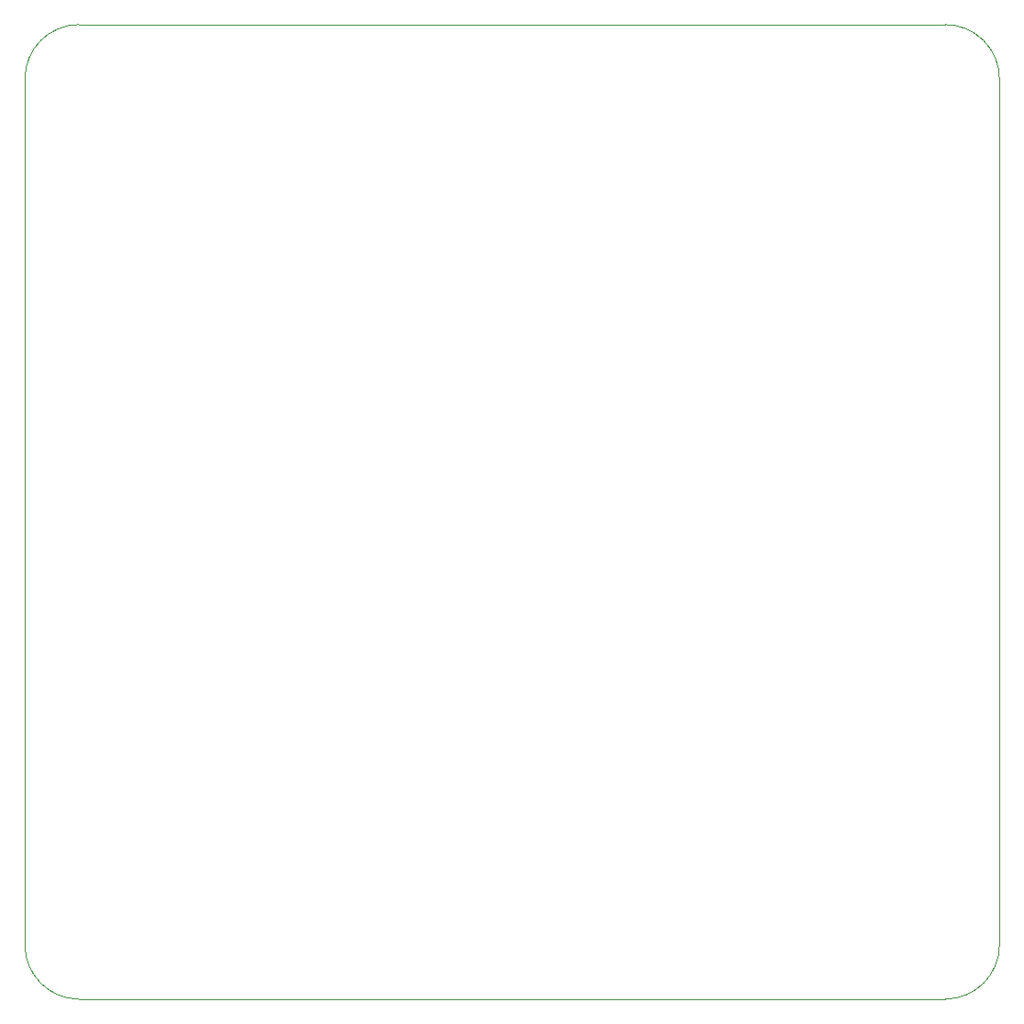
<source format=gm1>
%TF.GenerationSoftware,KiCad,Pcbnew,7.0.9*%
%TF.CreationDate,2023-11-22T04:12:16+01:00*%
%TF.ProjectId,Co2-Sensor,436f322d-5365-46e7-936f-722e6b696361,rev?*%
%TF.SameCoordinates,Original*%
%TF.FileFunction,Profile,NP*%
%FSLAX46Y46*%
G04 Gerber Fmt 4.6, Leading zero omitted, Abs format (unit mm)*
G04 Created by KiCad (PCBNEW 7.0.9) date 2023-11-22 04:12:16*
%MOMM*%
%LPD*%
G01*
G04 APERTURE LIST*
%TA.AperFunction,Profile*%
%ADD10C,0.100000*%
%TD*%
G04 APERTURE END LIST*
D10*
X159000000Y-45000000D02*
G75*
G03*
X154000000Y-40000000I-5000000J0D01*
G01*
X69000000Y-125000000D02*
X69000000Y-45000000D01*
X74000000Y-40000000D02*
G75*
G03*
X69000000Y-45000000I0J-5000000D01*
G01*
X159000000Y-45000000D02*
X159000000Y-125000000D01*
X154000000Y-130000000D02*
G75*
G03*
X159000000Y-125000000I0J5000000D01*
G01*
X74000000Y-40000000D02*
X154000000Y-40000000D01*
X69000000Y-125000000D02*
G75*
G03*
X74000000Y-130000000I5000000J0D01*
G01*
X154000000Y-130000000D02*
X74000000Y-130000000D01*
M02*

</source>
